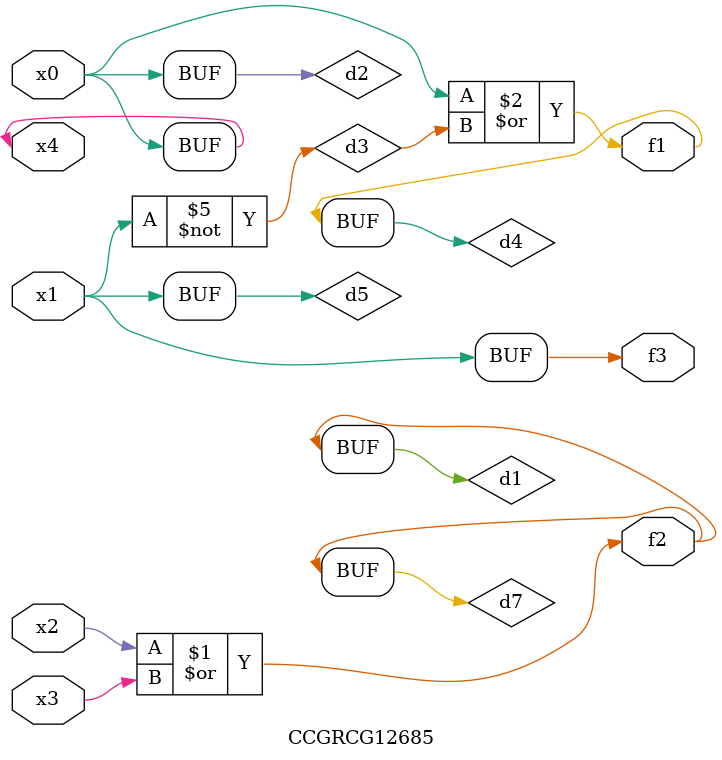
<source format=v>
module CCGRCG12685(
	input x0, x1, x2, x3, x4,
	output f1, f2, f3
);

	wire d1, d2, d3, d4, d5, d6, d7;

	or (d1, x2, x3);
	buf (d2, x0, x4);
	not (d3, x1);
	or (d4, d2, d3);
	not (d5, d3);
	nand (d6, d1, d3);
	or (d7, d1);
	assign f1 = d4;
	assign f2 = d7;
	assign f3 = d5;
endmodule

</source>
